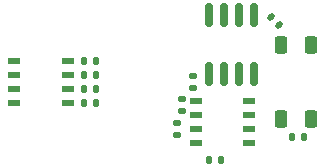
<source format=gbr>
%TF.GenerationSoftware,KiCad,Pcbnew,9.0.4*%
%TF.CreationDate,2025-12-16T21:44:14-08:00*%
%TF.ProjectId,Droplet,44726f70-6c65-4742-9e6b-696361645f70,rev?*%
%TF.SameCoordinates,Original*%
%TF.FileFunction,Paste,Top*%
%TF.FilePolarity,Positive*%
%FSLAX46Y46*%
G04 Gerber Fmt 4.6, Leading zero omitted, Abs format (unit mm)*
G04 Created by KiCad (PCBNEW 9.0.4) date 2025-12-16 21:44:14*
%MOMM*%
%LPD*%
G01*
G04 APERTURE LIST*
G04 Aperture macros list*
%AMRoundRect*
0 Rectangle with rounded corners*
0 $1 Rounding radius*
0 $2 $3 $4 $5 $6 $7 $8 $9 X,Y pos of 4 corners*
0 Add a 4 corners polygon primitive as box body*
4,1,4,$2,$3,$4,$5,$6,$7,$8,$9,$2,$3,0*
0 Add four circle primitives for the rounded corners*
1,1,$1+$1,$2,$3*
1,1,$1+$1,$4,$5*
1,1,$1+$1,$6,$7*
1,1,$1+$1,$8,$9*
0 Add four rect primitives between the rounded corners*
20,1,$1+$1,$2,$3,$4,$5,0*
20,1,$1+$1,$4,$5,$6,$7,0*
20,1,$1+$1,$6,$7,$8,$9,0*
20,1,$1+$1,$8,$9,$2,$3,0*%
G04 Aperture macros list end*
%ADD10RoundRect,0.135000X-0.135000X-0.185000X0.135000X-0.185000X0.135000X0.185000X-0.135000X0.185000X0*%
%ADD11RoundRect,0.150000X-0.150000X0.825000X-0.150000X-0.825000X0.150000X-0.825000X0.150000X0.825000X0*%
%ADD12R,1.100000X0.540000*%
%ADD13RoundRect,0.135000X-0.185000X0.135000X-0.185000X-0.135000X0.185000X-0.135000X0.185000X0.135000X0*%
%ADD14RoundRect,0.275000X-0.275000X0.475000X-0.275000X-0.475000X0.275000X-0.475000X0.275000X0.475000X0*%
%ADD15RoundRect,0.135000X0.135000X0.185000X-0.135000X0.185000X-0.135000X-0.185000X0.135000X-0.185000X0*%
%ADD16RoundRect,0.140000X-0.219203X-0.021213X-0.021213X-0.219203X0.219203X0.021213X0.021213X0.219203X0*%
%ADD17RoundRect,0.135000X0.185000X-0.135000X0.185000X0.135000X-0.185000X0.135000X-0.185000X-0.135000X0*%
%ADD18RoundRect,0.140000X0.140000X0.170000X-0.140000X0.170000X-0.140000X-0.170000X0.140000X-0.170000X0*%
G04 APERTURE END LIST*
D10*
%TO.C,R7*%
X105213817Y-33822241D03*
X106233817Y-33822241D03*
%TD*%
D11*
%TO.C,U1*%
X119579825Y-28767000D03*
X118309825Y-28767000D03*
X117039825Y-28767000D03*
X115769825Y-28767000D03*
X115769825Y-33717000D03*
X117039825Y-33717000D03*
X118309825Y-33717000D03*
X119579825Y-33717000D03*
%TD*%
D12*
%TO.C,D1*%
X119172824Y-36031498D03*
X114652824Y-36031498D03*
X119172824Y-37231498D03*
X114652824Y-37231498D03*
X119172824Y-38431498D03*
X114652824Y-38431498D03*
X119172824Y-39631498D03*
X114652824Y-39631498D03*
%TD*%
D13*
%TO.C,R2*%
X113500000Y-35890000D03*
X113500000Y-36910000D03*
%TD*%
D10*
%TO.C,R6*%
X105208284Y-35017318D03*
X106228284Y-35017318D03*
%TD*%
%TO.C,R8*%
X105219460Y-32613600D03*
X106239460Y-32613600D03*
%TD*%
D13*
%TO.C,R3*%
X113030000Y-37894800D03*
X113030000Y-38914800D03*
%TD*%
D14*
%TO.C,U2*%
X124405824Y-31252498D03*
X121865824Y-31252498D03*
X121865824Y-37552498D03*
X124405824Y-37552498D03*
%TD*%
D15*
%TO.C,R5*%
X106226799Y-36220400D03*
X105206799Y-36220400D03*
%TD*%
D16*
%TO.C,C1*%
X120996389Y-28895989D03*
X121675211Y-29574811D03*
%TD*%
D12*
%TO.C,D2*%
X99289200Y-36217000D03*
X103809200Y-36217000D03*
X99289200Y-35017000D03*
X103809200Y-35017000D03*
X99289200Y-33817000D03*
X103809200Y-33817000D03*
X99289200Y-32617000D03*
X103809200Y-32617000D03*
%TD*%
D17*
%TO.C,R1*%
X114400000Y-34910000D03*
X114400000Y-33890000D03*
%TD*%
D18*
%TO.C,C2*%
X123780000Y-39100000D03*
X122820000Y-39100000D03*
%TD*%
D15*
%TO.C,R4*%
X116791200Y-41046400D03*
X115771200Y-41046400D03*
%TD*%
M02*

</source>
